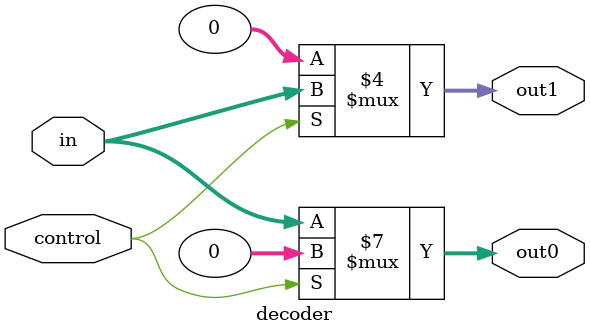
<source format=v>
module decoder(
	input wire [31:0] in,
	input control,
	output reg [31:0] out0,
	output reg[31:0] out1
	);
	
	always @(*) begin
		if (control == 1'b0) begin
			out0 = in;
			out1 = 32'b0;
		end else begin
			out0 = 32'b0;
			out1 = in;
			end
	end
endmodule
		
</source>
